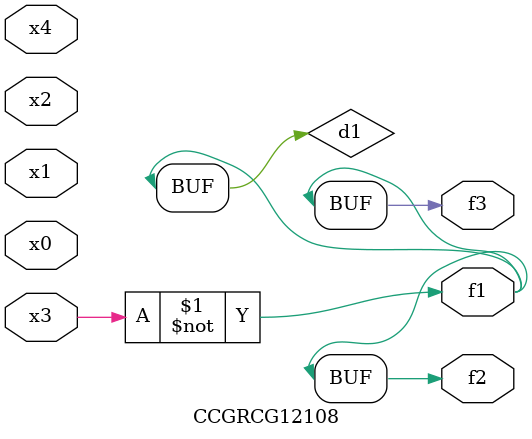
<source format=v>
module CCGRCG12108(
	input x0, x1, x2, x3, x4,
	output f1, f2, f3
);

	wire d1, d2;

	xnor (d1, x3);
	not (d2, x1);
	assign f1 = d1;
	assign f2 = d1;
	assign f3 = d1;
endmodule

</source>
